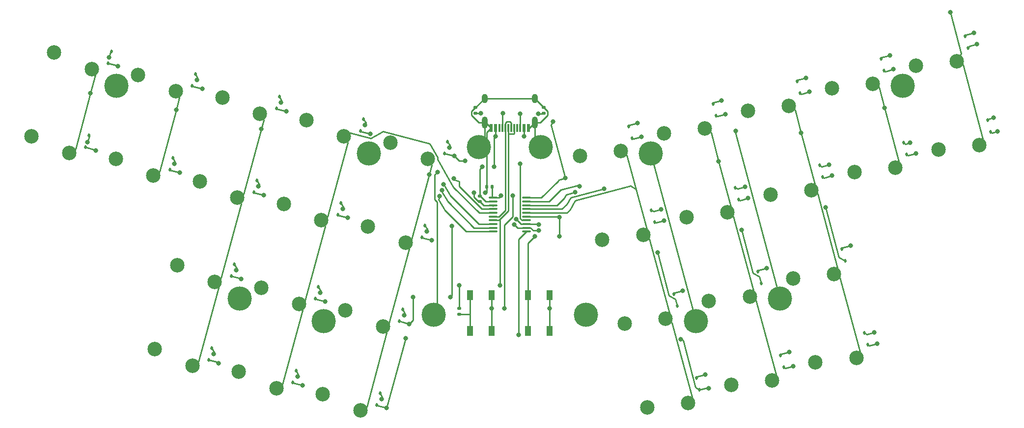
<source format=gbr>
%TF.GenerationSoftware,KiCad,Pcbnew,7.0.8*%
%TF.CreationDate,2024-02-21T20:33:01-06:00*%
%TF.ProjectId,rattlemebones32,72617474-6c65-46d6-9562-6f6e65733332,rev?*%
%TF.SameCoordinates,Original*%
%TF.FileFunction,Copper,L2,Bot*%
%TF.FilePolarity,Positive*%
%FSLAX46Y46*%
G04 Gerber Fmt 4.6, Leading zero omitted, Abs format (unit mm)*
G04 Created by KiCad (PCBNEW 7.0.8) date 2024-02-21 20:33:01*
%MOMM*%
%LPD*%
G01*
G04 APERTURE LIST*
G04 Aperture macros list*
%AMRoundRect*
0 Rectangle with rounded corners*
0 $1 Rounding radius*
0 $2 $3 $4 $5 $6 $7 $8 $9 X,Y pos of 4 corners*
0 Add a 4 corners polygon primitive as box body*
4,1,4,$2,$3,$4,$5,$6,$7,$8,$9,$2,$3,0*
0 Add four circle primitives for the rounded corners*
1,1,$1+$1,$2,$3*
1,1,$1+$1,$4,$5*
1,1,$1+$1,$6,$7*
1,1,$1+$1,$8,$9*
0 Add four rect primitives between the rounded corners*
20,1,$1+$1,$2,$3,$4,$5,0*
20,1,$1+$1,$4,$5,$6,$7,0*
20,1,$1+$1,$6,$7,$8,$9,0*
20,1,$1+$1,$8,$9,$2,$3,0*%
G04 Aperture macros list end*
%TA.AperFunction,ComponentPad*%
%ADD10C,2.500000*%
%TD*%
%TA.AperFunction,SMDPad,CuDef*%
%ADD11RoundRect,0.112500X0.060138X-0.210228X0.157195X0.151994X-0.060138X0.210228X-0.157195X-0.151994X0*%
%TD*%
%TA.AperFunction,SMDPad,CuDef*%
%ADD12RoundRect,0.140000X0.140000X0.170000X-0.140000X0.170000X-0.140000X-0.170000X0.140000X-0.170000X0*%
%TD*%
%TA.AperFunction,SMDPad,CuDef*%
%ADD13RoundRect,0.112500X0.157195X-0.151994X0.060138X0.210228X-0.157195X0.151994X-0.060138X-0.210228X0*%
%TD*%
%TA.AperFunction,SMDPad,CuDef*%
%ADD14RoundRect,0.140000X-0.170000X0.140000X-0.170000X-0.140000X0.170000X-0.140000X0.170000X0.140000X0*%
%TD*%
%TA.AperFunction,SMDPad,CuDef*%
%ADD15R,1.100000X1.800000*%
%TD*%
%TA.AperFunction,SMDPad,CuDef*%
%ADD16RoundRect,0.100000X0.637500X0.100000X-0.637500X0.100000X-0.637500X-0.100000X0.637500X-0.100000X0*%
%TD*%
%TA.AperFunction,ComponentPad*%
%ADD17O,1.000000X1.600000*%
%TD*%
%TA.AperFunction,ComponentPad*%
%ADD18O,1.000000X2.100000*%
%TD*%
%TA.AperFunction,SMDPad,CuDef*%
%ADD19R,0.600000X1.450000*%
%TD*%
%TA.AperFunction,SMDPad,CuDef*%
%ADD20R,0.300000X1.450000*%
%TD*%
%TA.AperFunction,SMDPad,CuDef*%
%ADD21RoundRect,0.135000X-0.185000X0.135000X-0.185000X-0.135000X0.185000X-0.135000X0.185000X0.135000X0*%
%TD*%
%TA.AperFunction,SMDPad,CuDef*%
%ADD22RoundRect,0.135000X0.185000X-0.135000X0.185000X0.135000X-0.185000X0.135000X-0.185000X-0.135000X0*%
%TD*%
%TA.AperFunction,ComponentPad*%
%ADD23C,4.190000*%
%TD*%
%TA.AperFunction,ViaPad*%
%ADD24C,0.800000*%
%TD*%
%TA.AperFunction,Conductor*%
%ADD25C,0.250000*%
%TD*%
G04 APERTURE END LIST*
D10*
%TO.P,SW2,2,2*%
%TO.N,col1*%
X202371413Y-62578225D03*
%TO.P,SW2,1,1*%
%TO.N,Net-(D2-A)*%
X195338172Y-63375736D03*
%TD*%
%TO.P,SW23,1,1*%
%TO.N,Net-(D23-A)*%
X82460839Y-101722760D03*
%TO.P,SW23,2,2*%
%TO.N,col7*%
X88950560Y-104548715D03*
%TD*%
%TO.P,SW24,1,1*%
%TO.N,Net-(D24-A)*%
X159636082Y-104000368D03*
%TO.P,SW24,2,2*%
%TO.N,col4*%
X166669323Y-103202857D03*
%TD*%
%TO.P,SW17,1,1*%
%TO.N,Net-(D17-A)*%
X86343123Y-87233873D03*
%TO.P,SW17,2,2*%
%TO.N,col7*%
X92832844Y-90059828D03*
%TD*%
%TO.P,SW14,2,2*%
%TO.N,col2*%
X191764811Y-80949397D03*
%TO.P,SW14,1,1*%
%TO.N,Net-(D14-A)*%
X184731570Y-81746908D03*
%TD*%
%TO.P,SW18,1,1*%
%TO.N,Net-(D18-A)*%
X155753796Y-89511480D03*
%TO.P,SW18,2,2*%
%TO.N,col4*%
X162787037Y-88713969D03*
%TD*%
%TO.P,SW30,1,1*%
%TO.N,Net-(D30-A)*%
X163518370Y-118489251D03*
%TO.P,SW30,2,2*%
%TO.N,col4*%
X170551611Y-117691740D03*
%TD*%
%TO.P,SW31,1,1*%
%TO.N,Net-(D31-A)*%
X93067440Y-120093931D03*
%TO.P,SW31,2,2*%
%TO.N,col6*%
X99557161Y-122919886D03*
%TD*%
%TO.P,SW4,2,2*%
%TO.N,col2*%
X187882530Y-66460510D03*
%TO.P,SW4,1,1*%
%TO.N,Net-(D4-A)*%
X180849289Y-67258021D03*
%TD*%
%TO.P,SW9,1,1*%
%TO.N,Net-(D9-A)*%
X42876461Y-75587016D03*
%TO.P,SW9,2,2*%
%TO.N,col10*%
X49366182Y-78412971D03*
%TD*%
D11*
%TO.P,D1,1,K*%
%TO.N,row1*%
X56076188Y-62952857D03*
%TO.P,D1,2,A*%
%TO.N,Net-(D1-A)*%
X56619708Y-60924413D03*
%TD*%
D12*
%TO.P,C2,2*%
%TO.N,GND*%
X121298725Y-84289371D03*
%TO.P,C2,1*%
%TO.N,+3.3V*%
X122258725Y-84289371D03*
%TD*%
D10*
%TO.P,SW8,1,1*%
%TO.N,Net-(D8-A)*%
X151871513Y-75022589D03*
%TO.P,SW8,2,2*%
%TO.N,col4*%
X158904754Y-74225078D03*
%TD*%
%TO.P,SW3,1,1*%
%TO.N,Net-(D3-A)*%
X61247631Y-64980414D03*
%TO.P,SW3,2,2*%
%TO.N,col9*%
X67737352Y-67806369D03*
%TD*%
%TO.P,SW20,1,1*%
%TO.N,Net-(D20-A)*%
X141264907Y-93393765D03*
%TO.P,SW20,2,2*%
%TO.N,col5*%
X148298148Y-92596254D03*
%TD*%
%TO.P,SW10,1,1*%
%TO.N,Net-(D10-A)*%
X199220458Y-77864619D03*
%TO.P,SW10,2,2*%
%TO.N,col1*%
X206253699Y-77067108D03*
%TD*%
%TO.P,SW13,1,1*%
%TO.N,Net-(D13-A)*%
X57365345Y-79469297D03*
%TO.P,SW13,2,2*%
%TO.N,col9*%
X63855066Y-82295252D03*
%TD*%
D13*
%TO.P,D6,1,K*%
%TO.N,row1*%
X175356904Y-68087829D03*
%TO.P,D6,2,A*%
%TO.N,Net-(D6-A)*%
X174813384Y-66059385D03*
%TD*%
D11*
%TO.P,D3,1,K*%
%TO.N,row1*%
X70565079Y-66835145D03*
%TO.P,D3,2,A*%
%TO.N,Net-(D3-A)*%
X71108599Y-64806701D03*
%TD*%
%TO.P,D5,1,K*%
%TO.N,row1*%
X85053966Y-70717429D03*
%TO.P,D5,2,A*%
%TO.N,Net-(D5-A)*%
X85597486Y-68688985D03*
%TD*%
D13*
%TO.P,D2,2,A*%
%TO.N,Net-(D2-A)*%
X203791160Y-58294812D03*
%TO.P,D2,1,K*%
%TO.N,row1*%
X204334680Y-60323256D03*
%TD*%
D10*
%TO.P,SW1,1,1*%
%TO.N,Net-(D1-A)*%
X46758745Y-61098128D03*
%TO.P,SW1,2,2*%
%TO.N,col10*%
X53248466Y-63924083D03*
%TD*%
D13*
%TO.P,D14,2,A*%
%TO.N,Net-(D14-A)*%
X193184561Y-76665984D03*
%TO.P,D14,1,K*%
%TO.N,row2*%
X193728081Y-78694428D03*
%TD*%
D11*
%TO.P,D15,1,K*%
%TO.N,row2*%
X81171681Y-85206316D03*
%TO.P,D15,2,A*%
%TO.N,Net-(D15-A)*%
X81715201Y-83177872D03*
%TD*%
D13*
%TO.P,D4,2,A*%
%TO.N,Net-(D4-A)*%
X189302271Y-62177097D03*
%TO.P,D4,1,K*%
%TO.N,row1*%
X189845791Y-64205541D03*
%TD*%
D11*
%TO.P,D9,1,K*%
%TO.N,row2*%
X52193903Y-77441744D03*
%TO.P,D9,2,A*%
%TO.N,Net-(D9-A)*%
X52737423Y-75413300D03*
%TD*%
D13*
%TO.P,D10,2,A*%
%TO.N,Net-(D10-A)*%
X207673449Y-72783698D03*
%TO.P,D10,1,K*%
%TO.N,row2*%
X208216969Y-74812142D03*
%TD*%
D14*
%TO.P,C1,2*%
%TO.N,GND*%
X120178726Y-86822351D03*
%TO.P,C1,1*%
%TO.N,VBUS*%
X120178726Y-85862351D03*
%TD*%
D10*
%TO.P,SW32,1,1*%
%TO.N,Net-(D32-A)*%
X149029481Y-122371541D03*
%TO.P,SW32,2,2*%
%TO.N,col5*%
X156062722Y-121574030D03*
%TD*%
%TO.P,SW21,1,1*%
%TO.N,Net-(D21-A)*%
X67971947Y-97840474D03*
%TO.P,SW21,2,2*%
%TO.N,col8*%
X74461668Y-100666429D03*
%TD*%
%TO.P,SW22,1,1*%
%TO.N,Net-(D22-A)*%
X174124972Y-100118081D03*
%TO.P,SW22,2,2*%
%TO.N,col3*%
X181158213Y-99320570D03*
%TD*%
%TO.P,SW16,1,1*%
%TO.N,Net-(D16-A)*%
X170242684Y-85629194D03*
%TO.P,SW16,2,2*%
%TO.N,col3*%
X177275925Y-84831683D03*
%TD*%
%TO.P,SW12,1,1*%
%TO.N,Net-(D12-A)*%
X137382624Y-78904879D03*
%TO.P,SW12,2,2*%
%TO.N,col5*%
X144415865Y-78107368D03*
%TD*%
%TO.P,SW27,1,1*%
%TO.N,Net-(D27-A)*%
X64089665Y-112329361D03*
%TO.P,SW27,2,2*%
%TO.N,col8*%
X70579386Y-115155316D03*
%TD*%
%TO.P,SW7,1,1*%
%TO.N,Net-(D7-A)*%
X90225408Y-72744984D03*
%TO.P,SW7,2,2*%
%TO.N,col7*%
X96715129Y-75570939D03*
%TD*%
%TO.P,SW11,1,1*%
%TO.N,Net-(D11-A)*%
X104714296Y-76627270D03*
%TO.P,SW11,2,2*%
%TO.N,col6*%
X111204017Y-79453225D03*
%TD*%
%TO.P,SW19,1,1*%
%TO.N,Net-(D19-A)*%
X100832010Y-91116158D03*
%TO.P,SW19,2,2*%
%TO.N,col6*%
X107321731Y-93942113D03*
%TD*%
%TO.P,SW6,1,1*%
%TO.N,Net-(D6-A)*%
X166360398Y-71140305D03*
%TO.P,SW6,2,2*%
%TO.N,col3*%
X173393639Y-70342794D03*
%TD*%
%TO.P,SW25,1,1*%
%TO.N,Net-(D25-A)*%
X96949722Y-105605045D03*
%TO.P,SW25,2,2*%
%TO.N,col6*%
X103439443Y-108431000D03*
%TD*%
%TO.P,SW26,1,1*%
%TO.N,Net-(D26-A)*%
X145147196Y-107882652D03*
%TO.P,SW26,2,2*%
%TO.N,col5*%
X152180437Y-107085141D03*
%TD*%
%TO.P,SW28,1,1*%
%TO.N,Net-(D28-A)*%
X178007257Y-114606968D03*
%TO.P,SW28,2,2*%
%TO.N,col3*%
X185040498Y-113809457D03*
%TD*%
%TO.P,SW29,1,1*%
%TO.N,Net-(D29-A)*%
X78578551Y-116211645D03*
%TO.P,SW29,2,2*%
%TO.N,col7*%
X85068272Y-119037600D03*
%TD*%
%TO.P,SW15,1,1*%
%TO.N,Net-(D15-A)*%
X71854235Y-83351586D03*
%TO.P,SW15,2,2*%
%TO.N,col8*%
X78343956Y-86177541D03*
%TD*%
%TO.P,SW5,1,1*%
%TO.N,Net-(D5-A)*%
X75736522Y-68862699D03*
%TO.P,SW5,2,2*%
%TO.N,col8*%
X82226243Y-71688654D03*
%TD*%
D13*
%TO.P,D20,1,K*%
%TO.N,row2*%
X150261417Y-90341286D03*
%TO.P,D20,2,A*%
%TO.N,Net-(D20-A)*%
X149717897Y-88312842D03*
%TD*%
D11*
%TO.P,D21,1,K*%
%TO.N,row3*%
X77289393Y-99695203D03*
%TO.P,D21,2,A*%
%TO.N,Net-(D21-A)*%
X77832913Y-97666759D03*
%TD*%
D13*
%TO.P,D22,1,K*%
%TO.N,row3*%
X183121478Y-97065602D03*
%TO.P,D22,2,A*%
%TO.N,Net-(D22-A)*%
X182577958Y-95037158D03*
%TD*%
D11*
%TO.P,D23,1,K*%
%TO.N,row3*%
X91778279Y-103577490D03*
%TO.P,D23,2,A*%
%TO.N,Net-(D23-A)*%
X92321799Y-101549046D03*
%TD*%
D13*
%TO.P,D24,1,K*%
%TO.N,row3*%
X168632589Y-100947889D03*
%TO.P,D24,2,A*%
%TO.N,Net-(D24-A)*%
X168089069Y-98919445D03*
%TD*%
D11*
%TO.P,D25,1,K*%
%TO.N,row3*%
X106267169Y-107459775D03*
%TO.P,D25,2,A*%
%TO.N,Net-(D25-A)*%
X106810689Y-105431331D03*
%TD*%
D13*
%TO.P,D26,1,K*%
%TO.N,row3*%
X154143703Y-104830174D03*
%TO.P,D26,2,A*%
%TO.N,Net-(D26-A)*%
X153600183Y-102801730D03*
%TD*%
D11*
%TO.P,D27,1,K*%
%TO.N,row4*%
X73407106Y-114184092D03*
%TO.P,D27,2,A*%
%TO.N,Net-(D27-A)*%
X73950626Y-112155648D03*
%TD*%
D13*
%TO.P,D28,1,K*%
%TO.N,row4*%
X187003763Y-111554489D03*
%TO.P,D28,2,A*%
%TO.N,Net-(D28-A)*%
X186460243Y-109526045D03*
%TD*%
%TO.P,D12,1,K*%
%TO.N,row1*%
X146379130Y-75852399D03*
%TO.P,D12,2,A*%
%TO.N,Net-(D12-A)*%
X145835610Y-73823955D03*
%TD*%
D15*
%TO.P,SW33,2,2*%
%TO.N,+3.3V*%
X122148656Y-109189371D03*
X122148656Y-102989371D03*
%TO.P,SW33,1,1*%
%TO.N,BOOT*%
X118448656Y-109189371D03*
X118448656Y-102989371D03*
%TD*%
%TO.P,SW34,2,2*%
%TO.N,+3.3V*%
X132148658Y-109189371D03*
X132148658Y-102989371D03*
%TO.P,SW34,1,1*%
%TO.N,RST*%
X128448658Y-109189371D03*
X128448658Y-102989371D03*
%TD*%
D16*
%TO.P,U1,20,V33*%
%TO.N,+3.3V*%
X122436158Y-86164370D03*
%TO.P,U1,19,VCC/VDD*%
%TO.N,VBUS*%
X122436158Y-86814370D03*
%TO.P,U1,18,GND/VSS*%
%TO.N,GND*%
X122436158Y-87464370D03*
%TO.P,U1,17,P1.2/XI/RXD_*%
%TO.N,col6*%
X122436158Y-88114370D03*
%TO.P,U1,16,P1.3/XO/TXD_*%
%TO.N,col7*%
X122436158Y-88764370D03*
%TO.P,U1,15,P3.7/UDM*%
%TO.N,UDM*%
X122436158Y-89414370D03*
%TO.P,U1,14,P3.6/UDP*%
%TO.N,UDP*%
X122436158Y-90064370D03*
%TO.P,U1,13,P3.5/T1*%
%TO.N,col8*%
X122436158Y-90714370D03*
%TO.P,U1,12,P3.4/PWM2/RXD1_/T0*%
%TO.N,col9*%
X122436158Y-91364370D03*
%TO.P,U1,11,P3.3/INT1*%
%TO.N,col10*%
X122436158Y-92014370D03*
%TO.P,U1,10,P3.0/PWM1_/RXD*%
%TO.N,row4*%
X128161158Y-92014370D03*
%TO.P,U1,9,P3.1/PWM2_/TXD*%
%TO.N,row3*%
X128161158Y-91364370D03*
%TO.P,U1,8,P1.1/T2EX/CAP2/TIN1/VBUS2/AIN0*%
%TO.N,row2*%
X128161158Y-90714370D03*
%TO.P,U1,7,P1.0/T2/CAP1/TIN0*%
%TO.N,row1*%
X128161158Y-90064370D03*
%TO.P,U1,6,RST/T2EX_/CAP2_*%
%TO.N,RST*%
X128161158Y-89414370D03*
%TO.P,U1,5,P1.7/SCK/TXD1/TIN5*%
%TO.N,col5*%
X128161158Y-88764370D03*
%TO.P,U1,4,P1.6/MISO/RXD1/TIN4*%
%TO.N,col4*%
X128161158Y-88114370D03*
%TO.P,U1,3,P1.5/MOSI/PWM1/TIN3/UCC2/AIN2*%
%TO.N,col3*%
X128161158Y-87464370D03*
%TO.P,U1,2,P1.4/T2_/CAP1_/SCS/TIN2/UCC1/AIN1*%
%TO.N,col2*%
X128161158Y-86814370D03*
%TO.P,U1,1,P3.2/TXD1_/INT0/VBUS1/AIN3*%
%TO.N,col1*%
X128161158Y-86164370D03*
%TD*%
D13*
%TO.P,D16,1,K*%
%TO.N,row2*%
X179239194Y-82576713D03*
%TO.P,D16,2,A*%
%TO.N,Net-(D16-A)*%
X178695674Y-80548269D03*
%TD*%
D11*
%TO.P,D17,1,K*%
%TO.N,row2*%
X95660567Y-89088603D03*
%TO.P,D17,2,A*%
%TO.N,Net-(D17-A)*%
X96204087Y-87060159D03*
%TD*%
%TO.P,D11,1,K*%
%TO.N,row1*%
X114031740Y-78482001D03*
%TO.P,D11,2,A*%
%TO.N,Net-(D11-A)*%
X114575260Y-76453557D03*
%TD*%
%TO.P,D13,1,K*%
%TO.N,row2*%
X66682792Y-81324030D03*
%TO.P,D13,2,A*%
%TO.N,Net-(D13-A)*%
X67226312Y-79295586D03*
%TD*%
%TO.P,D7,1,K*%
%TO.N,row1*%
X99542854Y-74599714D03*
%TO.P,D7,2,A*%
%TO.N,Net-(D7-A)*%
X100086374Y-72571270D03*
%TD*%
D13*
%TO.P,D8,1,K*%
%TO.N,row1*%
X160868017Y-71970112D03*
%TO.P,D8,2,A*%
%TO.N,Net-(D8-A)*%
X160324497Y-69941668D03*
%TD*%
D11*
%TO.P,D29,1,K*%
%TO.N,row4*%
X87895993Y-118066377D03*
%TO.P,D29,2,A*%
%TO.N,Net-(D29-A)*%
X88439513Y-116037933D03*
%TD*%
D13*
%TO.P,D18,1,K*%
%TO.N,row2*%
X164750303Y-86458999D03*
%TO.P,D18,2,A*%
%TO.N,Net-(D18-A)*%
X164206783Y-84430555D03*
%TD*%
D11*
%TO.P,D19,1,K*%
%TO.N,row2*%
X110149456Y-92970886D03*
%TO.P,D19,2,A*%
%TO.N,Net-(D19-A)*%
X110692976Y-90942442D03*
%TD*%
D13*
%TO.P,D30,1,K*%
%TO.N,row4*%
X172514873Y-115436773D03*
%TO.P,D30,2,A*%
%TO.N,Net-(D30-A)*%
X171971353Y-113408329D03*
%TD*%
D11*
%TO.P,D31,1,K*%
%TO.N,row4*%
X102384883Y-121948661D03*
%TO.P,D31,2,A*%
%TO.N,Net-(D31-A)*%
X102928403Y-119920217D03*
%TD*%
D13*
%TO.P,D32,1,K*%
%TO.N,row4*%
X158025988Y-119319062D03*
%TO.P,D32,2,A*%
%TO.N,Net-(D32-A)*%
X157482468Y-117290618D03*
%TD*%
D17*
%TO.P,J1,S1,SHIELD*%
%TO.N,GND*%
X129618657Y-68997826D03*
D18*
X129618657Y-73177826D03*
X120978657Y-73177826D03*
D17*
X120978657Y-68997826D03*
D19*
%TO.P,J1,B12,GND*%
X122048657Y-74092826D03*
%TO.P,J1,B9,VBUS*%
%TO.N,VBUS*%
X122848657Y-74092826D03*
D20*
%TO.P,J1,B8,SBU2*%
%TO.N,unconnected-(J1-SBU2-PadB8)*%
X123548657Y-74092826D03*
%TO.P,J1,B7,D-*%
%TO.N,UDM*%
X124548657Y-74092826D03*
%TO.P,J1,B6,D+*%
%TO.N,UDP*%
X126048657Y-74092826D03*
%TO.P,J1,B5,CC2*%
%TO.N,CC2*%
X127048657Y-74092826D03*
D19*
%TO.P,J1,B4,VBUS*%
%TO.N,VBUS*%
X127748657Y-74092826D03*
%TO.P,J1,B1,GND*%
%TO.N,GND*%
X128548657Y-74092826D03*
%TO.P,J1,A12,GND*%
X128548657Y-74092826D03*
%TO.P,J1,A9,VBUS*%
%TO.N,VBUS*%
X127748657Y-74092826D03*
D20*
%TO.P,J1,A8,SBU1*%
%TO.N,unconnected-(J1-SBU1-PadA8)*%
X126548657Y-74092826D03*
%TO.P,J1,A7,D-*%
%TO.N,UDM*%
X125548657Y-74092826D03*
%TO.P,J1,A6,D+*%
%TO.N,UDP*%
X125048657Y-74092826D03*
%TO.P,J1,A5,CC1*%
%TO.N,CC1*%
X124048657Y-74092826D03*
D19*
%TO.P,J1,A4,VBUS*%
%TO.N,VBUS*%
X122848657Y-74092826D03*
%TO.P,J1,A1,GND*%
%TO.N,GND*%
X122048657Y-74092826D03*
%TD*%
D21*
%TO.P,R1,2*%
%TO.N,BOOT*%
X116578726Y-106289371D03*
%TO.P,R1,1*%
%TO.N,UDP*%
X116578726Y-105269371D03*
%TD*%
D22*
%TO.P,R4,1*%
%TO.N,CC1*%
X119378729Y-71599371D03*
%TO.P,R4,2*%
%TO.N,GND*%
X119378729Y-70579371D03*
%TD*%
%TO.P,R5,1*%
%TO.N,CC2*%
X131178725Y-71599370D03*
%TO.P,R5,2*%
%TO.N,GND*%
X131178725Y-70579370D03*
%TD*%
D23*
%TO.P,H12,1,1*%
%TO.N,GND*%
X138426851Y-106362450D03*
%TD*%
%TO.P,H11,1,1*%
%TO.N,GND*%
X112170265Y-106362448D03*
%TD*%
%TO.P,H10,1,1*%
%TO.N,GND*%
X130662280Y-77384675D03*
%TD*%
%TO.P,H9,1,1*%
%TO.N,GND*%
X119934838Y-77384672D03*
%TD*%
%TO.P,H8,1,1*%
%TO.N,GND*%
X171855319Y-103616976D03*
%TD*%
%TO.P,H7,1,1*%
%TO.N,GND*%
X157366430Y-107499261D03*
%TD*%
%TO.P,H6,1,1*%
%TO.N,GND*%
X193068522Y-66874628D03*
%TD*%
%TO.P,H5,1,1*%
%TO.N,GND*%
X149601863Y-78521484D03*
%TD*%
%TO.P,H4,1,1*%
%TO.N,GND*%
X93230688Y-107499259D03*
%TD*%
%TO.P,H3,1,1*%
%TO.N,GND*%
X78741800Y-103616976D03*
%TD*%
%TO.P,H2,1,1*%
%TO.N,GND*%
X100995261Y-78521484D03*
%TD*%
%TO.P,H1,1,1*%
%TO.N,GND*%
X57528597Y-66874629D03*
%TD*%
D24*
%TO.N,col1*%
X201238189Y-54128331D03*
X132786865Y-72987446D03*
X134892092Y-82776114D03*
%TO.N,col2*%
X137341582Y-84190327D03*
X189909305Y-70622487D03*
%TO.N,col3*%
X136571393Y-85179646D03*
X175549829Y-74987735D03*
%TO.N,col4*%
X141588537Y-84585364D03*
X161319760Y-79835946D03*
%TO.N,row2*%
X209347022Y-74731652D03*
X195341098Y-78484528D03*
X180852211Y-82366813D03*
X166363323Y-86249099D03*
X151874436Y-90131385D03*
%TO.N,row1*%
X205818290Y-59630392D03*
X191458812Y-63995640D03*
X176969925Y-67877926D03*
X162481038Y-71760212D03*
X147992150Y-75642497D03*
%TO.N,row3*%
X179743700Y-87840219D03*
X165254811Y-91722505D03*
X150765923Y-95604791D03*
%TO.N,row4*%
X154777621Y-110576640D03*
X188616782Y-111344588D03*
X174127895Y-115226874D03*
X159639007Y-119109159D03*
%TO.N,Net-(D28-A)*%
X188099144Y-109412736D03*
%TO.N,Net-(D30-A)*%
X173480847Y-112812059D03*
%TO.N,Net-(D32-A)*%
X158991960Y-116694345D03*
%TO.N,Net-(D22-A)*%
X184087449Y-94440886D03*
%TO.N,Net-(D24-A)*%
X169598561Y-98323172D03*
%TO.N,Net-(D26-A)*%
X155109674Y-102205458D03*
%TO.N,Net-(D10-A)*%
X208699975Y-72316837D03*
%TO.N,Net-(D14-A)*%
X194340497Y-76682086D03*
%TO.N,Net-(D16-A)*%
X180334573Y-80434962D03*
%TO.N,Net-(D18-A)*%
X165845685Y-84317247D03*
%TO.N,Net-(D20-A)*%
X151356798Y-88199533D03*
%TO.N,GND*%
X164274540Y-74589952D03*
%TO.N,Net-(D2-A)*%
X205300652Y-57698540D03*
%TO.N,Net-(D4-A)*%
X190811765Y-61580826D03*
%TO.N,Net-(D6-A)*%
X176322877Y-65463111D03*
%TO.N,Net-(D8-A)*%
X161833990Y-69345397D03*
%TO.N,Net-(D12-A)*%
X147345103Y-73227683D03*
%TO.N,row3*%
X130343403Y-91810531D03*
%TO.N,RST*%
X133843403Y-92810531D03*
X133843403Y-89488872D03*
%TO.N,row2*%
X130343403Y-90810530D03*
%TO.N,+3.3V*%
X124343403Y-105310531D03*
%TO.N,row4*%
X126843403Y-109822352D03*
%TO.N,+3.3V*%
X125773157Y-85810532D03*
X123824157Y-85810530D03*
X132148657Y-105310532D03*
X122148658Y-105310531D03*
%TO.N,GND*%
X112843403Y-81696185D03*
%TO.N,col10*%
X113206537Y-85862202D03*
X53043122Y-68092510D03*
%TO.N,col9*%
X113592126Y-84845937D03*
X67790828Y-71008869D03*
%TO.N,col8*%
X113841064Y-83865631D03*
X82438322Y-74299226D03*
%TO.N,col6*%
X115678181Y-82804971D03*
X111386902Y-82172764D03*
%TO.N,row3*%
X115327452Y-91052341D03*
X115097461Y-103322351D03*
X108597461Y-103322351D03*
X126097460Y-90822351D03*
%TO.N,row2*%
X126383015Y-89858454D03*
%TO.N,row1*%
X117597460Y-79822351D03*
X127097460Y-80322351D03*
%TO.N,RST*%
X129597461Y-92822350D03*
%TO.N,GND*%
X121097462Y-85322351D03*
X119097460Y-85322350D03*
%TO.N,VBUS*%
X122597462Y-80822351D03*
X120574227Y-80822351D03*
%TO.N,UDP*%
X123597463Y-101322351D03*
X116597460Y-101322351D03*
%TO.N,VBUS*%
X127797460Y-75522353D03*
X122847461Y-75522352D03*
%TO.N,CC2*%
X130247460Y-71672352D03*
X127047460Y-71672349D03*
%TO.N,CC1*%
X124097460Y-71572351D03*
X120347460Y-71572351D03*
%TO.N,row4*%
X107325547Y-110404017D03*
%TO.N,row3*%
X107955358Y-107959348D03*
X93483705Y-104106917D03*
X78994819Y-100224630D03*
%TO.N,row4*%
X104090307Y-122478088D03*
X89601420Y-118595804D03*
X75112534Y-114713518D03*
%TO.N,row2*%
X111854879Y-93500315D03*
X97365992Y-89618030D03*
X82877106Y-85735744D03*
X68388216Y-81853458D03*
X53899331Y-77971173D03*
%TO.N,row1*%
X115719928Y-78981571D03*
X101248277Y-75129142D03*
X86759389Y-71246856D03*
X72270504Y-67364571D03*
X57781616Y-63482284D03*
%TO.N,Net-(D27-A)*%
X74228649Y-113182587D03*
%TO.N,Net-(D29-A)*%
X88717537Y-117064873D03*
%TO.N,Net-(D31-A)*%
X103206426Y-120947159D03*
%TO.N,Net-(D25-A)*%
X107088711Y-106458270D03*
%TO.N,Net-(D23-A)*%
X92599822Y-102575986D03*
%TO.N,Net-(D21-A)*%
X78110936Y-98693700D03*
%TO.N,Net-(D15-A)*%
X81993222Y-84204813D03*
%TO.N,Net-(D17-A)*%
X96482109Y-88087099D03*
%TO.N,Net-(D19-A)*%
X110970995Y-91969383D03*
%TO.N,Net-(D11-A)*%
X114853283Y-77480497D03*
%TO.N,Net-(D7-A)*%
X100364395Y-73598211D03*
%TO.N,Net-(D5-A)*%
X85875506Y-69715924D03*
%TO.N,Net-(D3-A)*%
X71386621Y-65833639D03*
%TO.N,Net-(D13-A)*%
X67504334Y-80322528D03*
%TO.N,Net-(D9-A)*%
X52520245Y-76597957D03*
%TO.N,Net-(D1-A)*%
X56231057Y-61928011D03*
%TD*%
D25*
%TO.N,col1*%
X134892092Y-82776114D02*
X132433311Y-73599819D01*
X132433311Y-73599819D02*
X132786865Y-72987446D01*
X201238189Y-54128331D02*
X203143845Y-61240335D01*
X203143845Y-61240335D02*
X202371413Y-62578225D01*
X133733613Y-83086527D02*
X134892092Y-82776114D01*
X133597460Y-83322351D02*
X133733613Y-83086527D01*
%TO.N,col2*%
X137060929Y-84028292D02*
X137341582Y-84190327D01*
X134097460Y-84822352D02*
X137060929Y-84028292D01*
X192387433Y-79870984D02*
X189909305Y-70622487D01*
X189909305Y-70622487D02*
X188960937Y-67083129D01*
%TO.N,col3*%
X135016686Y-85596229D02*
X136571393Y-85179646D01*
X174472052Y-70965417D02*
X175549829Y-74987735D01*
X134597460Y-86322351D02*
X135016686Y-85596229D01*
X175549829Y-74987735D02*
X177898547Y-83753269D01*
%TO.N,col4*%
X135778907Y-86142050D02*
X141588537Y-84585364D01*
X135097460Y-87322351D02*
X135778907Y-86142050D01*
X163409659Y-87635555D02*
X161319760Y-79835946D01*
X161319760Y-79835946D02*
X159983163Y-74847698D01*
%TO.N,col5*%
X145494278Y-78729990D02*
X147089693Y-84684158D01*
X147089693Y-84684158D02*
X148920772Y-91517838D01*
X135597460Y-88322351D02*
X136541127Y-86687871D01*
X136541127Y-86687871D02*
X146116350Y-84122198D01*
X146116350Y-84122198D02*
X147089693Y-84684158D01*
%TO.N,row2*%
X208479960Y-74963980D02*
X208216969Y-74812142D01*
X209347022Y-74731652D02*
X208479960Y-74963980D01*
X195341098Y-78484528D02*
X193991072Y-78846266D01*
X193991072Y-78846266D02*
X193728081Y-78694428D01*
X180852211Y-82366813D02*
X179502186Y-82728551D01*
X179502186Y-82728551D02*
X179239194Y-82576713D01*
X166363323Y-86249099D02*
X165013295Y-86610838D01*
X165013295Y-86610838D02*
X164750303Y-86459000D01*
X151874436Y-90131385D02*
X150524408Y-90493124D01*
X150524408Y-90493124D02*
X150261417Y-90341286D01*
%TO.N,row1*%
X205818290Y-59630392D02*
X204536396Y-59973874D01*
X204536396Y-59973874D02*
X204334680Y-60323256D01*
X190108783Y-64357379D02*
X189845791Y-64205541D01*
X191458812Y-63995640D02*
X190108783Y-64357379D01*
X176969925Y-67877926D02*
X175619894Y-68239666D01*
X175619894Y-68239666D02*
X175356904Y-68087829D01*
X162481038Y-71760212D02*
X161131009Y-72121951D01*
X161131009Y-72121951D02*
X160868017Y-71970112D01*
X146642121Y-76004237D02*
X146379130Y-75852399D01*
X147992150Y-75642497D02*
X146642121Y-76004237D01*
%TO.N,row3*%
X179743700Y-87840219D02*
X182049852Y-96446898D01*
X182049852Y-96446898D02*
X183121478Y-97065602D01*
X165254811Y-91722505D02*
X167255227Y-99188157D01*
X168326852Y-99806860D02*
X168632589Y-100947889D01*
X167255227Y-99188157D02*
X168326852Y-99806860D01*
X152766338Y-103070441D02*
X153837965Y-103689145D01*
X150765923Y-95604791D02*
X152766338Y-103070441D01*
X153837965Y-103689145D02*
X154143703Y-104830174D01*
%TO.N,row4*%
X155175634Y-110806433D02*
X154777621Y-110576640D01*
X157352378Y-118930153D02*
X155175634Y-110806433D01*
X158025988Y-119319062D02*
X157352378Y-118930153D01*
X188616782Y-111344588D02*
X187266754Y-111706327D01*
X187266754Y-111706327D02*
X187003763Y-111554489D01*
X158025988Y-119319062D02*
X159376018Y-118957322D01*
X159376018Y-118957322D02*
X159639007Y-119109159D01*
X172777866Y-115588613D02*
X172514873Y-115436774D01*
X174127895Y-115226874D02*
X172777866Y-115588613D01*
%TO.N,Net-(D28-A)*%
X188099144Y-109412736D02*
X186845708Y-109748594D01*
X186845708Y-109748594D02*
X186460243Y-109526045D01*
%TO.N,Net-(D30-A)*%
X172102357Y-113181425D02*
X171971353Y-113408329D01*
X173480847Y-112812059D02*
X172102357Y-113181425D01*
%TO.N,Net-(D32-A)*%
X158991960Y-116694345D02*
X157613473Y-117063709D01*
X157613473Y-117063709D02*
X157482468Y-117290618D01*
%TO.N,Net-(D22-A)*%
X184087449Y-94440886D02*
X182708963Y-94810250D01*
X182708963Y-94810250D02*
X182577958Y-95037157D01*
%TO.N,Net-(D24-A)*%
X169598561Y-98323172D02*
X168220075Y-98692536D01*
X168220075Y-98692536D02*
X168089069Y-98919445D01*
%TO.N,Net-(D26-A)*%
X155109674Y-102205458D02*
X153731189Y-102574822D01*
X153731189Y-102574822D02*
X153600183Y-102801730D01*
%TO.N,col5*%
X152180437Y-107085141D02*
X153258850Y-107707763D01*
X153258850Y-107707763D02*
X156685344Y-120495616D01*
X156685344Y-120495616D02*
X156062722Y-121574030D01*
X148298148Y-92596254D02*
X149376561Y-93218876D01*
X149376561Y-93218876D02*
X152803057Y-106006731D01*
X152803057Y-106006731D02*
X152180437Y-107085141D01*
X144415865Y-78107368D02*
X145494278Y-78729990D01*
X148920772Y-91517838D02*
X148298148Y-92596254D01*
%TO.N,col4*%
X162787036Y-88713969D02*
X163409659Y-87635555D01*
X159983163Y-74847698D02*
X158904754Y-74225078D01*
X166669322Y-103202857D02*
X167291945Y-102124443D01*
X167291945Y-102124443D02*
X163865450Y-89336591D01*
X163865450Y-89336591D02*
X162787036Y-88713969D01*
X170551611Y-117691740D02*
X171174233Y-116613327D01*
X171174233Y-116613327D02*
X167747741Y-103825482D01*
X167747741Y-103825482D02*
X166669322Y-103202857D01*
%TO.N,col3*%
X181158213Y-99320570D02*
X182236626Y-99943193D01*
X185663120Y-112731043D02*
X185040498Y-113809457D01*
X182236626Y-99943193D02*
X185663120Y-112731043D01*
X177275925Y-84831683D02*
X178354338Y-85454305D01*
X178354338Y-85454305D02*
X181780834Y-98242159D01*
X181780834Y-98242159D02*
X181158213Y-99320570D01*
X173393639Y-70342794D02*
X174472052Y-70965417D01*
X177898547Y-83753269D02*
X177275925Y-84831683D01*
%TO.N,col2*%
X191764810Y-80949397D02*
X192387433Y-79870984D01*
X188960937Y-67083129D02*
X187882530Y-66460510D01*
%TO.N,col1*%
X206253699Y-77067108D02*
X206876321Y-75988695D01*
X206876321Y-75988695D02*
X203449827Y-63200847D01*
X203449827Y-63200847D02*
X202371413Y-62578225D01*
%TO.N,Net-(D10-A)*%
X208699975Y-72316837D02*
X207804454Y-72556791D01*
X207804454Y-72556791D02*
X207673449Y-72783698D01*
%TO.N,Net-(D14-A)*%
X193570026Y-76888533D02*
X193184561Y-76665984D01*
X194340497Y-76682086D02*
X193570026Y-76888533D01*
%TO.N,Net-(D16-A)*%
X180334573Y-80434962D02*
X179081141Y-80770818D01*
X179081141Y-80770818D02*
X178695674Y-80548269D01*
%TO.N,Net-(D18-A)*%
X164592250Y-84653104D02*
X164206783Y-84430555D01*
X165845685Y-84317247D02*
X164592250Y-84653104D01*
%TO.N,Net-(D20-A)*%
X150103362Y-88535390D02*
X149717897Y-88312842D01*
X151356798Y-88199533D02*
X150103362Y-88535390D01*
%TO.N,GND*%
X164139994Y-74822993D02*
X164274540Y-74589952D01*
X171855319Y-103616976D02*
X164139994Y-74822993D01*
X157366430Y-107499261D02*
X149601860Y-78521490D01*
X149601860Y-78521490D02*
X149601863Y-78521484D01*
%TO.N,Net-(D2-A)*%
X205300652Y-57698540D02*
X203922165Y-58067905D01*
X203922165Y-58067905D02*
X203791160Y-58294812D01*
%TO.N,Net-(D4-A)*%
X189433276Y-61950191D02*
X189302271Y-62177097D01*
X190811765Y-61580826D02*
X189433276Y-61950191D01*
%TO.N,Net-(D6-A)*%
X176322877Y-65463111D02*
X174944390Y-65832476D01*
X174944390Y-65832476D02*
X174813384Y-66059384D01*
%TO.N,Net-(D8-A)*%
X161833990Y-69345397D02*
X160455502Y-69714762D01*
X160455502Y-69714762D02*
X160324497Y-69941668D01*
%TO.N,Net-(D12-A)*%
X147345103Y-73227683D02*
X145966615Y-73597047D01*
X145966615Y-73597047D02*
X145835610Y-73823955D01*
%TO.N,row3*%
X128898657Y-91364371D02*
X129344817Y-91810531D01*
X129344817Y-91810531D02*
X130343403Y-91810531D01*
X128161157Y-91364371D02*
X128898657Y-91364371D01*
%TO.N,RST*%
X133843403Y-92810531D02*
X133843403Y-89488872D01*
X133768903Y-89414371D02*
X133843403Y-89488872D01*
X128161158Y-89414372D02*
X133768903Y-89414371D01*
%TO.N,row2*%
X128161157Y-90714371D02*
X130247243Y-90714372D01*
X130247243Y-90714372D02*
X130343403Y-90810530D01*
%TO.N,+3.3V*%
X125773157Y-89443006D02*
X124343404Y-90872760D01*
X124343404Y-90872760D02*
X124343403Y-105310531D01*
X125773157Y-85810532D02*
X125773157Y-89443006D01*
%TO.N,row4*%
X128161157Y-92014371D02*
X126843404Y-93332125D01*
X126843404Y-93332125D02*
X126843403Y-109822352D01*
%TO.N,+3.3V*%
X122436157Y-86164371D02*
X123470317Y-86164372D01*
X123470317Y-86164372D02*
X123824157Y-85810530D01*
X132148656Y-102989371D02*
X132148657Y-105310532D01*
X132148657Y-105310532D02*
X132148658Y-109189371D01*
X122148658Y-105310531D02*
X122148657Y-109189371D01*
X122148656Y-102989371D02*
X122148658Y-105310531D01*
%TO.N,GND*%
X112739598Y-105793117D02*
X112739598Y-86870466D01*
X112170265Y-106362448D02*
X112739598Y-105793117D01*
X112739598Y-86870466D02*
X112343404Y-86474271D01*
X112343404Y-86474271D02*
X112343404Y-82196185D01*
X112343404Y-82196185D02*
X112843403Y-81696185D01*
%TO.N,col10*%
X53043122Y-68092510D02*
X53871088Y-65002496D01*
X50444593Y-77790350D02*
X53043122Y-68092510D01*
X114097460Y-88322351D02*
X113038711Y-86488542D01*
X113038711Y-86488542D02*
X113206537Y-85862202D01*
%TO.N,col9*%
X113549094Y-85006530D02*
X113592126Y-84845937D01*
X114597460Y-86822350D02*
X113549094Y-85006530D01*
X64933481Y-81672632D02*
X67790828Y-71008869D01*
X67790828Y-71008869D02*
X68359975Y-68884782D01*
%TO.N,col8*%
X113990932Y-83905788D02*
X113841064Y-83865631D01*
X115097460Y-85822351D02*
X113990932Y-83905788D01*
%TO.N,col7*%
X115597460Y-84322350D02*
X112819263Y-79510371D01*
X97786790Y-74952215D02*
X96715127Y-75570939D01*
X112819263Y-79510371D02*
X112892458Y-79237206D01*
X103493998Y-74669731D02*
X101350705Y-75907163D01*
X112892458Y-79237206D02*
X111492853Y-76813020D01*
X111492853Y-76813020D02*
X103493998Y-74669731D01*
X101350705Y-75907163D02*
X97786790Y-74952215D01*
X93911256Y-89437206D02*
X97337751Y-76649353D01*
%TO.N,col8*%
X79422369Y-85554919D02*
X82848864Y-72767066D01*
%TO.N,col6*%
X108400144Y-93319491D02*
X111386902Y-82172764D01*
X115863319Y-83125638D02*
X115678181Y-82804971D01*
X116597461Y-83322350D02*
X115863319Y-83125638D01*
X111386902Y-82172764D02*
X111826638Y-80531640D01*
%TO.N,row3*%
X128161157Y-91364371D02*
X126639480Y-91364372D01*
X115327452Y-91052341D02*
X115327450Y-103092361D01*
X126639480Y-91364372D02*
X126097460Y-90822351D01*
X115327450Y-103092361D02*
X115097461Y-103322351D01*
X108597461Y-103322351D02*
X108597462Y-107317243D01*
X108597462Y-107317243D02*
X107955358Y-107959348D01*
%TO.N,row2*%
X127238932Y-90714371D02*
X126383015Y-89858454D01*
X128161156Y-90714370D02*
X127238932Y-90714371D01*
%TO.N,row1*%
X128161156Y-90064371D02*
X127423659Y-90064371D01*
X127423659Y-90064371D02*
X127097460Y-89738175D01*
X127097460Y-89738175D02*
X127097460Y-80322351D01*
X117597460Y-79822351D02*
X116560708Y-79822351D01*
X116560708Y-79822351D02*
X115719928Y-78981571D01*
%TO.N,RST*%
X128161158Y-89414372D02*
X129522960Y-89414371D01*
X129597461Y-92822350D02*
X128448659Y-93971155D01*
X128448659Y-93971155D02*
X128448658Y-102989369D01*
%TO.N,col3*%
X128161160Y-87464371D02*
X133455440Y-87464371D01*
X133455440Y-87464371D02*
X134597460Y-86322351D01*
%TO.N,col1*%
X130755441Y-86164372D02*
X133597460Y-83322351D01*
X128161156Y-86164371D02*
X130755441Y-86164372D01*
%TO.N,col2*%
X128161156Y-86814371D02*
X132105441Y-86814371D01*
X132105441Y-86814371D02*
X134097460Y-84822352D01*
%TO.N,col4*%
X134305442Y-88114371D02*
X135097460Y-87322351D01*
X128161156Y-88114371D02*
X134305442Y-88114371D01*
%TO.N,col5*%
X128161155Y-88764371D02*
X135155440Y-88764370D01*
X135155440Y-88764370D02*
X135597460Y-88322351D01*
%TO.N,col10*%
X122436159Y-92014370D02*
X117789479Y-92014370D01*
X117789479Y-92014370D02*
X114097460Y-88322351D01*
%TO.N,col9*%
X122436156Y-91364371D02*
X119139483Y-91364370D01*
X119139483Y-91364370D02*
X114597460Y-86822350D01*
%TO.N,col8*%
X122436156Y-90714371D02*
X119989483Y-90714372D01*
X119989483Y-90714372D02*
X115097460Y-85822351D01*
%TO.N,col7*%
X122436158Y-88764371D02*
X120039482Y-88764371D01*
X120039482Y-88764371D02*
X115597460Y-84322350D01*
%TO.N,col6*%
X122436158Y-88114371D02*
X120503137Y-88114372D01*
X116597460Y-84208696D02*
X116597461Y-83322350D01*
X120503137Y-88114372D02*
X116597460Y-84208696D01*
%TO.N,GND*%
X121298727Y-84289372D02*
X121298724Y-85121085D01*
X121298724Y-85121085D02*
X121097462Y-85322351D01*
X119868725Y-86822351D02*
X120178724Y-86822351D01*
X119097460Y-85322350D02*
X119097462Y-86051086D01*
X119097462Y-86051086D02*
X119868725Y-86822351D01*
%TO.N,VBUS*%
X122597462Y-80822351D02*
X122597460Y-75772350D01*
X122597460Y-75772350D02*
X122847461Y-75522352D01*
X120178727Y-85862351D02*
X120178725Y-81217851D01*
X120178725Y-81217851D02*
X120574227Y-80822351D01*
X122436159Y-86814371D02*
X121138355Y-86814372D01*
X121138355Y-86814372D02*
X120186336Y-85862351D01*
X120186336Y-85862351D02*
X120178727Y-85862351D01*
%TO.N,GND*%
X122436156Y-87464371D02*
X120820744Y-87464371D01*
X120820744Y-87464371D02*
X120178724Y-86822351D01*
%TO.N,UDP*%
X116578725Y-105269371D02*
X116578727Y-102949682D01*
X116597462Y-102930947D02*
X116597460Y-101322351D01*
X123640658Y-89865550D02*
X123441836Y-90064371D01*
X125048657Y-88457550D02*
X123640658Y-89865550D01*
X116578727Y-102949682D02*
X116597462Y-102930947D01*
X123597463Y-101322351D02*
X123597460Y-89908746D01*
X123597460Y-89908746D02*
X123640658Y-89865550D01*
%TO.N,BOOT*%
X118448657Y-102989371D02*
X118448655Y-106322349D01*
X118448655Y-106322349D02*
X118448658Y-109189371D01*
X116578727Y-106289370D02*
X118415677Y-106289370D01*
X118415677Y-106289370D02*
X118448655Y-106322349D01*
%TO.N,RST*%
X128448658Y-102989369D02*
X128448657Y-109189372D01*
%TO.N,GND*%
X122351156Y-87549371D02*
X122436156Y-87464371D01*
%TO.N,UDP*%
X123441836Y-90064371D02*
X122436159Y-90064371D01*
%TO.N,UDM*%
X124548657Y-88321154D02*
X123455440Y-89414370D01*
X123455440Y-89414370D02*
X122436156Y-89414371D01*
%TO.N,UDP*%
X125048657Y-75023548D02*
X125048657Y-88457550D01*
%TO.N,UDM*%
X124548656Y-74092826D02*
X124548657Y-88321154D01*
%TO.N,+3.3V*%
X122258726Y-84289371D02*
X122258725Y-85986940D01*
%TO.N,GND*%
X121298728Y-74842756D02*
X121298727Y-84289372D01*
X122048656Y-74092825D02*
X121298728Y-74842756D01*
%TO.N,+3.3V*%
X122258725Y-85986940D02*
X122436156Y-86164370D01*
%TO.N,GND*%
X120978657Y-68997826D02*
X129618658Y-68997825D01*
%TO.N,VBUS*%
X122848657Y-74092824D02*
X122848656Y-75521156D01*
X122848656Y-75521156D02*
X122847461Y-75522352D01*
X127797460Y-75522353D02*
X127797462Y-74141628D01*
X127797462Y-74141628D02*
X127748656Y-74092825D01*
%TO.N,UDP*%
X125048658Y-74092825D02*
X125048657Y-75023548D01*
X125048657Y-75023548D02*
X125167934Y-75142825D01*
X126048658Y-75071155D02*
X126048656Y-74092825D01*
X125167934Y-75142825D02*
X125976988Y-75142826D01*
X125976988Y-75142826D02*
X126048658Y-75071155D01*
%TO.N,UDM*%
X124548656Y-74092826D02*
X124548656Y-73258205D01*
X124548656Y-73258205D02*
X124764037Y-73042825D01*
X125333276Y-73042825D02*
X125548656Y-73258205D01*
X124764037Y-73042825D02*
X125333276Y-73042825D01*
X125548656Y-73258205D02*
X125548658Y-74092826D01*
%TO.N,GND*%
X129618657Y-73177824D02*
X129618656Y-76341050D01*
X129618656Y-76341050D02*
X130662280Y-77384675D01*
X120978658Y-73177825D02*
X120978656Y-76340853D01*
X120978656Y-76340853D02*
X119934838Y-77384672D01*
X120978658Y-73177825D02*
X119986642Y-73177824D01*
X119986642Y-73177824D02*
X118733727Y-71924909D01*
X118733727Y-71924909D02*
X118733725Y-71224371D01*
X118733725Y-71224371D02*
X119378725Y-70579372D01*
X131178728Y-70579371D02*
X131178726Y-70557895D01*
X131178726Y-70557895D02*
X129618658Y-68997825D01*
X129618657Y-73177824D02*
X130570810Y-73177825D01*
X130570810Y-73177825D02*
X131823727Y-71924908D01*
X131823727Y-71924908D02*
X131823726Y-71224370D01*
X131823726Y-71224370D02*
X131178728Y-70579371D01*
X128548656Y-74092825D02*
X128703658Y-74092825D01*
X128703658Y-74092825D02*
X129618657Y-73177824D01*
X120978658Y-73177825D02*
X121133658Y-73177826D01*
X121133658Y-73177826D02*
X122048656Y-74092825D01*
%TO.N,CC2*%
X131105749Y-71672351D02*
X131178727Y-71599372D01*
X130247460Y-71672352D02*
X131105749Y-71672351D01*
X127048656Y-71673546D02*
X127047460Y-71672349D01*
X127048656Y-74092825D02*
X127048656Y-71673546D01*
%TO.N,CC1*%
X124097460Y-71572351D02*
X124048659Y-71621155D01*
X119378727Y-71599372D02*
X120320441Y-71599370D01*
X120320441Y-71599370D02*
X120347460Y-71572351D01*
X124048659Y-71621155D02*
X124048656Y-74092826D01*
%TO.N,GND*%
X120978657Y-68997826D02*
X120960275Y-68997825D01*
X120960275Y-68997825D02*
X119378725Y-70579372D01*
%TO.N,row4*%
X106809387Y-112330346D02*
X107325547Y-110404017D01*
X104090307Y-122478088D02*
X106809387Y-112330346D01*
%TO.N,row3*%
X107955358Y-107959348D02*
X106299421Y-107515640D01*
X106299421Y-107515640D02*
X106267168Y-107459775D01*
X91827771Y-103663210D02*
X91778280Y-103577490D01*
X77289393Y-99695202D02*
X78945327Y-100138910D01*
X78945327Y-100138910D02*
X78994819Y-100224630D01*
X93483705Y-104106917D02*
X91827771Y-103663210D01*
%TO.N,row4*%
X104090307Y-122478088D02*
X102434372Y-122034384D01*
X102434372Y-122034384D02*
X102384883Y-121948662D01*
X89601420Y-118595804D02*
X87945484Y-118152096D01*
X87945484Y-118152096D02*
X87895994Y-118066378D01*
X73407106Y-114184092D02*
X75063044Y-114627799D01*
X75063044Y-114627799D02*
X75112534Y-114713518D01*
%TO.N,row2*%
X111854879Y-93500315D02*
X110198946Y-93056610D01*
X110198946Y-93056610D02*
X110149456Y-92970887D01*
X97365992Y-89618030D02*
X95710057Y-89174322D01*
X95710057Y-89174322D02*
X95660566Y-89088603D01*
X82877106Y-85735744D02*
X81221170Y-85292037D01*
X81221170Y-85292037D02*
X81171681Y-85206316D01*
X52193905Y-77441743D02*
X53849837Y-77885451D01*
X53849837Y-77885451D02*
X53899331Y-77971173D01*
X68388216Y-81853458D02*
X66732284Y-81409752D01*
X66732284Y-81409752D02*
X66682792Y-81324030D01*
%TO.N,row1*%
X115719928Y-78981571D02*
X114063994Y-78537864D01*
X114063994Y-78537864D02*
X114031740Y-78482001D01*
X101248277Y-75129142D02*
X99592344Y-74685436D01*
X99592344Y-74685436D02*
X99542851Y-74599717D01*
X85103457Y-70803152D02*
X85053966Y-70717428D01*
X86759389Y-71246856D02*
X85103457Y-70803152D01*
X72270504Y-67364571D02*
X70614570Y-66920862D01*
X56076189Y-62952858D02*
X57732124Y-63396565D01*
X70614570Y-66920862D02*
X70565079Y-66835145D01*
X57732124Y-63396565D02*
X57781616Y-63482284D01*
%TO.N,col6*%
X107321731Y-93942113D02*
X108400144Y-93319491D01*
X111826638Y-80531640D02*
X111204015Y-79453226D01*
X103439442Y-108431000D02*
X104517857Y-107808378D01*
X104517857Y-107808378D02*
X107944351Y-95020525D01*
X107944351Y-95020525D02*
X107321731Y-93942113D01*
X99557162Y-122919885D02*
X100635574Y-122297264D01*
X100635574Y-122297264D02*
X104062067Y-109509418D01*
X104062067Y-109509418D02*
X103439442Y-108431000D01*
%TO.N,col7*%
X85068269Y-119037599D02*
X86146685Y-118414977D01*
X89573178Y-105627126D02*
X88950557Y-104548715D01*
X86146685Y-118414977D02*
X89573178Y-105627126D01*
X88950557Y-104548715D02*
X90028970Y-103926091D01*
X90028970Y-103926091D02*
X93455466Y-91138240D01*
X93455466Y-91138240D02*
X92832842Y-90059827D01*
X92832842Y-90059827D02*
X93911256Y-89437206D01*
X97337751Y-76649353D02*
X96715128Y-75570939D01*
%TO.N,col10*%
X49366182Y-78412972D02*
X50444593Y-77790350D01*
X53871088Y-65002496D02*
X53248467Y-63924082D01*
%TO.N,col9*%
X63855067Y-82295254D02*
X64933481Y-81672632D01*
X68359975Y-68884782D02*
X67737353Y-67806369D01*
%TO.N,col8*%
X78343958Y-86177542D02*
X79422369Y-85554919D01*
X82848864Y-72767066D02*
X82226240Y-71688653D01*
X74461668Y-100666429D02*
X75540084Y-100043806D01*
X75540084Y-100043806D02*
X78966579Y-87255953D01*
X78966579Y-87255953D02*
X78343958Y-86177542D01*
X70579383Y-115155315D02*
X71657797Y-114532694D01*
X71657797Y-114532694D02*
X75084292Y-101744842D01*
X75084292Y-101744842D02*
X74461668Y-100666429D01*
%TO.N,Net-(D27-A)*%
X74228649Y-113182587D02*
X74328462Y-112810078D01*
X74328462Y-112810078D02*
X73950626Y-112155648D01*
%TO.N,Net-(D29-A)*%
X88817351Y-116692365D02*
X88439513Y-116037933D01*
X88717537Y-117064873D02*
X88817351Y-116692365D01*
%TO.N,Net-(D31-A)*%
X103306237Y-120574649D02*
X102928403Y-119920219D01*
X103206426Y-120947159D02*
X103306237Y-120574649D01*
%TO.N,Net-(D25-A)*%
X107088711Y-106458270D02*
X107188523Y-106085762D01*
X107188523Y-106085762D02*
X106810689Y-105431331D01*
%TO.N,Net-(D23-A)*%
X92599822Y-102575986D02*
X92699639Y-102203476D01*
X92699639Y-102203476D02*
X92321801Y-101549046D01*
%TO.N,Net-(D21-A)*%
X78110936Y-98693700D02*
X78210748Y-98321190D01*
X78210748Y-98321190D02*
X77832913Y-97666761D01*
%TO.N,Net-(D15-A)*%
X81993222Y-84204813D02*
X82093034Y-83832302D01*
X82093034Y-83832302D02*
X81715198Y-83177872D01*
%TO.N,Net-(D17-A)*%
X96482109Y-88087099D02*
X96581921Y-87714588D01*
X96581921Y-87714588D02*
X96204086Y-87060158D01*
%TO.N,Net-(D19-A)*%
X110970995Y-91969383D02*
X111070809Y-91596873D01*
X111070809Y-91596873D02*
X110692974Y-90942443D01*
%TO.N,Net-(D11-A)*%
X114853283Y-77480497D02*
X114953095Y-77107985D01*
X114953095Y-77107985D02*
X114575261Y-76453556D01*
%TO.N,Net-(D7-A)*%
X100364395Y-73598211D02*
X100464207Y-73225701D01*
X100464207Y-73225701D02*
X100086375Y-72571271D01*
%TO.N,Net-(D5-A)*%
X85875506Y-69715924D02*
X85975320Y-69343413D01*
X85975320Y-69343413D02*
X85597486Y-68688984D01*
%TO.N,Net-(D3-A)*%
X71386621Y-65833639D02*
X71486432Y-65461129D01*
X71486432Y-65461129D02*
X71108599Y-64806701D01*
%TO.N,Net-(D13-A)*%
X67604147Y-79950016D02*
X67226314Y-79295585D01*
X67504334Y-80322528D02*
X67604147Y-79950016D01*
%TO.N,Net-(D9-A)*%
X52520245Y-76597957D02*
X52805896Y-75531897D01*
X52805896Y-75531897D02*
X52737424Y-75413300D01*
%TO.N,Net-(D1-A)*%
X56478056Y-61006195D02*
X56619707Y-60924414D01*
X56231057Y-61928011D02*
X56478056Y-61006195D01*
%TD*%
M02*

</source>
